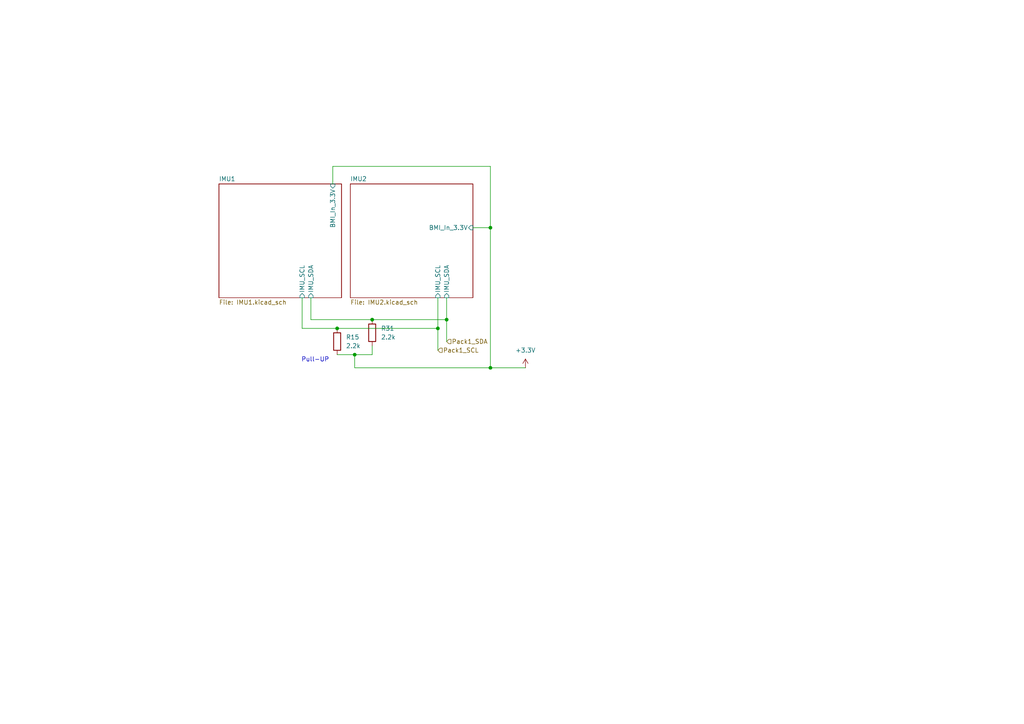
<source format=kicad_sch>
(kicad_sch (version 20250114) (generator "eeschema") (generator_version "9.0")
  (paper "A4")
  (title_block (date "2025-11-19") (rev "0") (company "Davide"))
  (lib_symbols
    (symbol "#dzdb:g_res/R-2.2k-0603" (pin_numbers (hide yes)) (pin_names (offset 0))
      (property "Reference" "R" (at 2.032 0 90))
      (property "Value" "2.2k" (at 0 0 90))
      (symbol "g_res/R-2.2k-0603_0_1"
        (rectangle (start -1.016 -2.54) (end 1.016 2.54) (stroke (width 0.254)))
      )
      (symbol "g_res/R-2.2k-0603_1_1"
        (pin passive line (at 0 3.81 270) (length 1.27) (name "~") (number "1"))
        (pin passive line (at 0 -3.81 90) (length 1.27) (name "~") (number "2"))
      )
    )
    (symbol "power:+3.3V" (power) (pin_numbers (hide yes)) (pin_names (offset 0) (hide yes))
      (property "Value" "+3.3V" (at 0 3.556 0))
      (symbol "+3.3V_0_1"
        (polyline (pts (xy -0.762 1.27) (xy 0 2.54)))
        (polyline (pts (xy 0 2.54) (xy 0.762 1.27)))
        (polyline (pts (xy 0 0) (xy 0 2.54)))
      )
      (symbol "+3.3V_1_1"
        (pin power_in line (at 0 0 90) (length 0) (name "~") (number "1"))
      )
    )
  )
  (text "Pull-UP" (at 91.44 104.394 0) (effects (font (size 1.27 1.27))))
  (junction (at 127 95.25))
  (junction (at 102.87 102.87))
  (junction (at 142.24 66.04))
  (junction (at 97.79 95.25))
  (junction (at 129.54 92.71))
  (junction (at 142.24 106.68))
  (junction (at 107.95 92.71))
  (wire (pts (xy 142.24 66.04) (xy 142.24 106.68)))
  (wire (pts (xy 96.52 48.26) (xy 142.24 48.26)))
  (wire (pts (xy 127 95.25) (xy 127 101.6)))
  (wire (pts (xy 90.17 92.71) (xy 107.95 92.71)))
  (wire (pts (xy 97.79 95.25) (xy 87.63 95.25)))
  (wire (pts (xy 97.79 95.25) (xy 127 95.25)))
  (wire (pts (xy 87.63 86.36) (xy 87.63 95.25)))
  (wire (pts (xy 107.95 92.71) (xy 129.54 92.71)))
  (wire (pts (xy 142.24 66.04) (xy 137.16 66.04)))
  (wire (pts (xy 142.24 106.68) (xy 102.87 106.68)))
  (wire (pts (xy 127 86.36) (xy 127 95.25)))
  (wire (pts (xy 102.87 102.87) (xy 97.79 102.87)))
  (wire (pts (xy 102.87 106.68) (xy 102.87 102.87)))
  (wire (pts (xy 107.95 102.87) (xy 102.87 102.87)))
  (wire (pts (xy 96.52 53.34) (xy 96.52 48.26)))
  (wire (pts (xy 107.95 100.33) (xy 107.95 102.87)))
  (wire (pts (xy 129.54 92.71) (xy 129.54 99.06)))
  (wire (pts (xy 142.24 48.26) (xy 142.24 66.04)))
  (wire (pts (xy 129.54 92.71) (xy 129.54 86.36)))
  (wire (pts (xy 90.17 86.36) (xy 90.17 92.71)))
  (wire (pts (xy 152.4 106.68) (xy 142.24 106.68)))
  (hierarchical_label "Pack1_SDA" (shape input) (at 129.54 99.06 0))
  (hierarchical_label "Pack1_SCL" (shape input) (at 127 101.6 0))
  (symbol (lib_id "#dzdb:g_res/R-2.2k-0603") (at 97.79 99.06 0) (unit 1)
    (property "Reference" "R15" (at 100.33 97.7899 0) (effects (justify left)))
    (property "Value" "2.2k" (at 100.33 100.3299 0) (effects (justify left)))
    (property "Footprint" "Resistor_SMD:R_0603_1608Metric" (effects (hide yes)))
    (property "Datasheet" "https://www.we-online.com/components/products/datasheet/560112116098.pdf" (effects (hide yes)))
    (property "Description" "Thick Film Resistors - SMD WRIS-RSKS 2.2 kOhms 1 % 0.1 W 0603" (effects (hide yes)))
    (property "IPN" "R-2.2k-0603" (effects (hide yes)))
    (property "MPN" "560112116098" (effects (hide yes)))
    (property "Manufacturer" "Wurth Elektronik" (effects (hide yes)))
    (property "Resistance" "2.2k" (effects (hide yes)))
    (property "Power" "0.1 W" (effects (hide yes)))
    (property "Material" "Thick film" (effects (hide yes)))
    (property "Tolerance" "1 %" (effects (hide yes)))
    (property "Supplier" "Mouser" (effects (hide yes)))
    (property "SPN" "710-560112116098" (effects (hide yes)))
    (property "LCSC" "CXXXXX" (effects (hide yes)))
    (property "Comment" "lifecycle=Active; note=Auto-generated" (effects (hide yes)))
  )
  (symbol (lib_id "power:+3.3V") (at 152.4 106.68 0) (unit 1)
    (property "Reference" "#PWR033" (effects (hide yes)))
    (property "Value" "+3.3V" (at 152.4 101.6 0))
    (property "Description" "Power symbol creates a global label with name \"+3.3V\"" (effects (hide yes)))
  )
  (symbol (lib_id "#dzdb:g_res/R-2.2k-0603") (at 107.95 96.52 0) (unit 1)
    (property "Reference" "R31" (at 110.49 95.2499 0) (effects (justify left)))
    (property "Value" "2.2k" (at 110.49 97.7899 0) (effects (justify left)))
    (property "Footprint" "Resistor_SMD:R_0603_1608Metric" (effects (hide yes)))
    (property "Datasheet" "https://www.we-online.com/components/products/datasheet/560112116098.pdf" (effects (hide yes)))
    (property "Description" "Thick Film Resistors - SMD WRIS-RSKS 2.2 kOhms 1 % 0.1 W 0603" (effects (hide yes)))
    (property "IPN" "R-2.2k-0603" (effects (hide yes)))
    (property "MPN" "560112116098" (effects (hide yes)))
    (property "Manufacturer" "Wurth Elektronik" (effects (hide yes)))
    (property "Resistance" "2.2k" (effects (hide yes)))
    (property "Power" "0.1 W" (effects (hide yes)))
    (property "Material" "Thick film" (effects (hide yes)))
    (property "Tolerance" "1 %" (effects (hide yes)))
    (property "Supplier" "Mouser" (effects (hide yes)))
    (property "SPN" "710-560112116098" (effects (hide yes)))
    (property "LCSC" "CXXXXX" (effects (hide yes)))
    (property "Comment" "lifecycle=Active; note=Auto-generated" (effects (hide yes)))
  )
  (sheet (at 63.5 53.34) (size 35.56 33.02) (stroke (width 0.1524))
    (property "Sheetname" "IMU1" (at 63.5 52.6284 0) (effects (justify left bottom)))
    (property "Sheetfile" "IMU1.kicad_sch" (at 63.5 86.9446 0) (effects (justify left top)))
    (pin "IMU_SCL" input (at 87.63 86.36 270))
    (pin "IMU_SDA" input (at 90.17 86.36 270))
    (pin "BMI_In_3.3V" input (at 96.52 53.34 90))
  )
  (sheet (at 101.6 53.34) (size 35.56 33.02) (stroke (width 0.1524))
    (property "Sheetname" "IMU2" (at 101.6 52.6284 0) (effects (justify left bottom)))
    (property "Sheetfile" "IMU2.kicad_sch" (at 101.6 86.9446 0) (effects (justify left top)))
    (pin "IMU_SCL" input (at 127 86.36 270))
    (pin "IMU_SDA" input (at 129.54 86.36 270))
    (pin "BMI_In_3.3V" input (at 137.16 66.04 0))
  )
)
</source>
